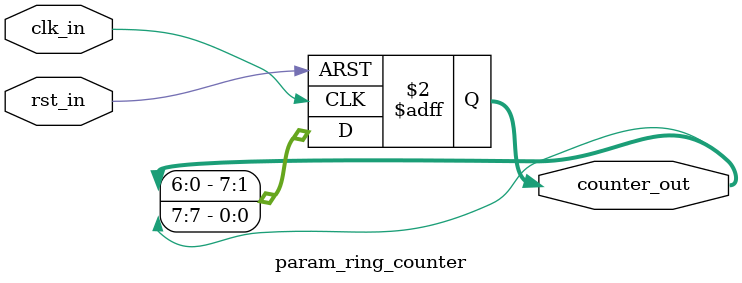
<source format=sv>
module param_ring_counter #(
    parameter CNT_WIDTH = 8
)(
    input wire clk_in,
    input wire rst_in,
    output reg [CNT_WIDTH-1:0] counter_out
);
    // 优化的环形计数器实现
    always @(posedge clk_in or posedge rst_in) begin
        if (rst_in)
            counter_out <= {{(CNT_WIDTH-1){1'b0}}, 1'b1};
        else
            counter_out <= {counter_out[CNT_WIDTH-2:0], counter_out[CNT_WIDTH-1]};
    end
endmodule
</source>
